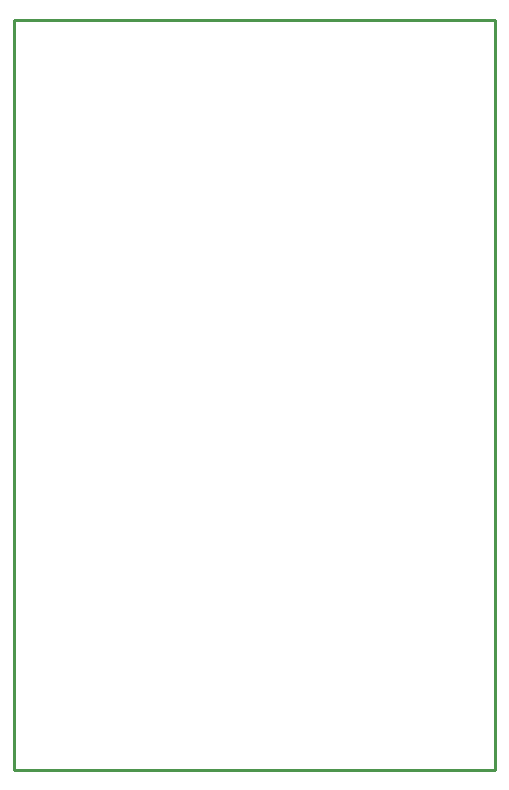
<source format=gko>
G04 Layer: BoardOutline*
G04 EasyEDA v6.3.22, 2020-02-01T14:25:23+03:00*
G04 de8c743d1f944906aa5e958e3f35c1be,ca54920fb7ea4c169f3d1b618bee327e,10*
G04 Gerber Generator version 0.2*
G04 Scale: 100 percent, Rotated: No, Reflected: No *
G04 Dimensions in inches *
G04 leading zeros omitted , absolute positions ,2 integer and 4 decimal *
%FSLAX24Y24*%
%MOIN*%
G90*
G70D02*

%ADD10C,0.010000*%
G54D10*
G01X0Y25000D02*
G01X16050Y25000D01*
G01X16050Y0D01*
G01X0Y0D01*
G01X0Y25000D01*

%LPD*%
M00*
M02*

</source>
